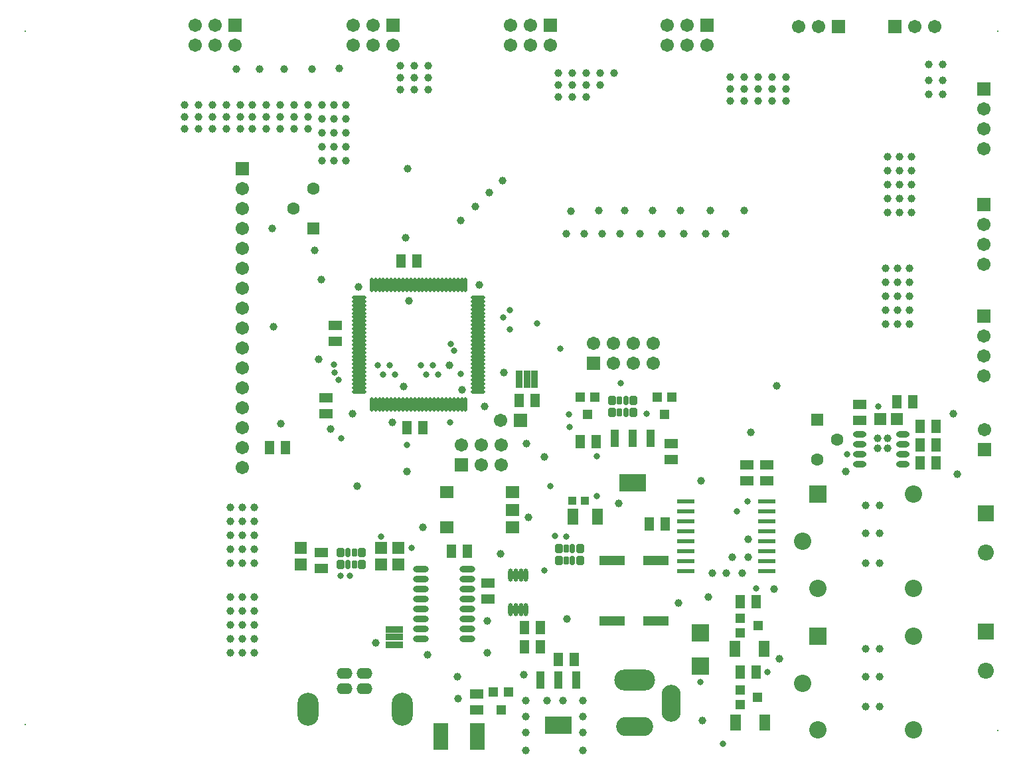
<source format=gts>
G04*
G04 #@! TF.GenerationSoftware,Altium Limited,Altium Designer,20.0.1 (14)*
G04*
G04 Layer_Color=8388736*
%FSLAX25Y25*%
%MOIN*%
G70*
G01*
G75*
%ADD17C,0.00787*%
%ADD50R,0.09055X0.02362*%
%ADD67R,0.06312X0.05918*%
%ADD68R,0.06800X0.04800*%
%ADD69R,0.08674X0.08674*%
%ADD70R,0.12611X0.04737*%
%ADD71R,0.04800X0.06800*%
%ADD72R,0.05524X0.08280*%
%ADD73O,0.07296X0.01902*%
%ADD74O,0.01902X0.07296*%
%ADD75O,0.06784X0.03162*%
%ADD76R,0.13398X0.09068*%
%ADD77R,0.04343X0.09068*%
%ADD78R,0.04540X0.04737*%
%ADD79O,0.02375X0.06509*%
%ADD80R,0.07808X0.13792*%
%ADD81O,0.07887X0.03162*%
%ADD82R,0.05918X0.06312*%
%ADD83R,0.06706X0.06410*%
%ADD84R,0.04737X0.04540*%
%ADD85R,0.05524X0.08280*%
G04:AMPARAMS|DCode=86|XSize=43.43mil|YSize=39.5mil|CornerRadius=7.94mil|HoleSize=0mil|Usage=FLASHONLY|Rotation=270.000|XOffset=0mil|YOffset=0mil|HoleType=Round|Shape=RoundedRectangle|*
%AMROUNDEDRECTD86*
21,1,0.04343,0.02362,0,0,270.0*
21,1,0.02756,0.03950,0,0,270.0*
1,1,0.01587,-0.01181,-0.01378*
1,1,0.01587,-0.01181,0.01378*
1,1,0.01587,0.01181,0.01378*
1,1,0.01587,0.01181,-0.01378*
%
%ADD86ROUNDEDRECTD86*%
G04:AMPARAMS|DCode=87|XSize=43.04mil|YSize=27.69mil|CornerRadius=6.46mil|HoleSize=0mil|Usage=FLASHONLY|Rotation=270.000|XOffset=0mil|YOffset=0mil|HoleType=Round|Shape=RoundedRectangle|*
%AMROUNDEDRECTD87*
21,1,0.04304,0.01476,0,0,270.0*
21,1,0.03012,0.02769,0,0,270.0*
1,1,0.01292,-0.00738,-0.01506*
1,1,0.01292,-0.00738,0.01506*
1,1,0.01292,0.00738,0.01506*
1,1,0.01292,0.00738,-0.01506*
%
%ADD87ROUNDEDRECTD87*%
G04:AMPARAMS|DCode=88|XSize=43.43mil|YSize=27.69mil|CornerRadius=6.46mil|HoleSize=0mil|Usage=FLASHONLY|Rotation=270.000|XOffset=0mil|YOffset=0mil|HoleType=Round|Shape=RoundedRectangle|*
%AMROUNDEDRECTD88*
21,1,0.04343,0.01476,0,0,270.0*
21,1,0.03051,0.02769,0,0,270.0*
1,1,0.01292,-0.00738,-0.01526*
1,1,0.01292,-0.00738,0.01526*
1,1,0.01292,0.00738,0.01526*
1,1,0.01292,0.00738,-0.01526*
%
%ADD88ROUNDEDRECTD88*%
%ADD89R,0.08670X0.03560*%
%ADD90R,0.04147X0.04147*%
%ADD91R,0.03560X0.08670*%
%ADD92R,0.06706X0.06706*%
%ADD93C,0.06706*%
%ADD94C,0.08040*%
%ADD95R,0.08040X0.08040*%
%ADD96R,0.06706X0.06706*%
%ADD97R,0.06312X0.06312*%
%ADD98C,0.06312*%
%ADD99O,0.20485X0.10642*%
%ADD100O,0.18517X0.09658*%
%ADD101O,0.09658X0.18517*%
%ADD102R,0.08674X0.08674*%
%ADD103C,0.08674*%
%ADD104O,0.07887X0.05524*%
%ADD105O,0.10642X0.16548*%
%ADD106C,0.03950*%
%ADD107C,0.03162*%
D17*
X525240Y370035D02*
D03*
X525240Y19012D02*
D03*
X36736Y22043D02*
D03*
Y370035D02*
D03*
D50*
X368327Y134035D02*
D03*
Y129035D02*
D03*
Y124035D02*
D03*
Y119035D02*
D03*
Y114035D02*
D03*
Y109035D02*
D03*
Y104035D02*
D03*
Y99035D02*
D03*
X409231D02*
D03*
Y104035D02*
D03*
Y109035D02*
D03*
Y114035D02*
D03*
X409230Y119016D02*
D03*
X409229Y124035D02*
D03*
Y129035D02*
D03*
Y134035D02*
D03*
D67*
X474409Y175512D02*
D03*
X466142D02*
D03*
D68*
X192362Y214583D02*
D03*
Y222583D02*
D03*
X187913Y177969D02*
D03*
Y185968D02*
D03*
X409252Y144425D02*
D03*
Y152425D02*
D03*
X399016Y144425D02*
D03*
Y152425D02*
D03*
X361221Y155055D02*
D03*
Y163055D02*
D03*
X269094Y92976D02*
D03*
Y84976D02*
D03*
X263583Y37465D02*
D03*
Y29465D02*
D03*
X455709Y174740D02*
D03*
Y182740D02*
D03*
X185551Y100567D02*
D03*
Y108567D02*
D03*
D69*
X375787Y68110D02*
D03*
Y51575D02*
D03*
D70*
X331339Y104409D02*
D03*
X353386D02*
D03*
X331339Y74094D02*
D03*
X353386D02*
D03*
D71*
X350134Y122835D02*
D03*
X358134D02*
D03*
X167583Y161102D02*
D03*
X159583D02*
D03*
X225291Y254764D02*
D03*
X233291D02*
D03*
X323606Y164134D02*
D03*
X315606D02*
D03*
X482543Y184252D02*
D03*
X474543D02*
D03*
X403803Y83858D02*
D03*
X395803D02*
D03*
X292622Y184882D02*
D03*
X284622D02*
D03*
X258882Y108976D02*
D03*
X250882D02*
D03*
X304437Y54673D02*
D03*
X312437D02*
D03*
X236402Y171142D02*
D03*
X228402D02*
D03*
X403803Y48425D02*
D03*
X395803D02*
D03*
X493961Y153543D02*
D03*
X485961D02*
D03*
X493961Y171653D02*
D03*
X485961D02*
D03*
X493961Y162598D02*
D03*
X485961D02*
D03*
X295535Y70866D02*
D03*
X287535D02*
D03*
Y61024D02*
D03*
X295535D02*
D03*
D72*
X311653Y126614D02*
D03*
X324252D02*
D03*
D73*
X204382Y236465D02*
D03*
Y234496D02*
D03*
Y232528D02*
D03*
Y230559D02*
D03*
Y228590D02*
D03*
Y226622D02*
D03*
Y224654D02*
D03*
Y222685D02*
D03*
Y220717D02*
D03*
Y218748D02*
D03*
Y216779D02*
D03*
Y214811D02*
D03*
Y212842D02*
D03*
Y210874D02*
D03*
Y208906D02*
D03*
Y206937D02*
D03*
Y204969D02*
D03*
Y203000D02*
D03*
Y201031D02*
D03*
Y199063D02*
D03*
Y197095D02*
D03*
Y195126D02*
D03*
Y193157D02*
D03*
Y191189D02*
D03*
Y189220D02*
D03*
X264224D02*
D03*
Y191189D02*
D03*
Y193157D02*
D03*
Y195126D02*
D03*
Y197095D02*
D03*
Y199063D02*
D03*
Y201031D02*
D03*
Y203000D02*
D03*
Y204969D02*
D03*
Y206937D02*
D03*
Y208906D02*
D03*
Y210874D02*
D03*
Y212842D02*
D03*
Y214811D02*
D03*
Y216779D02*
D03*
Y218748D02*
D03*
Y220717D02*
D03*
Y222685D02*
D03*
Y224654D02*
D03*
Y226622D02*
D03*
Y228590D02*
D03*
Y230559D02*
D03*
Y232528D02*
D03*
Y234496D02*
D03*
Y236465D02*
D03*
D74*
X210681Y182921D02*
D03*
X212650D02*
D03*
X214618D02*
D03*
X216587D02*
D03*
X218555D02*
D03*
X220524D02*
D03*
X222492D02*
D03*
X224461D02*
D03*
X226429D02*
D03*
X228398D02*
D03*
X230366D02*
D03*
X232335D02*
D03*
X234303D02*
D03*
X236272D02*
D03*
X238240D02*
D03*
X240209D02*
D03*
X242177D02*
D03*
X244146D02*
D03*
X246114D02*
D03*
X248083D02*
D03*
X250051D02*
D03*
X252020D02*
D03*
X253988D02*
D03*
X255957D02*
D03*
X257925D02*
D03*
Y242764D02*
D03*
X255957D02*
D03*
X253988D02*
D03*
X252020D02*
D03*
X250051D02*
D03*
X248083D02*
D03*
X246114D02*
D03*
X244146D02*
D03*
X242177D02*
D03*
X240209D02*
D03*
X238240D02*
D03*
X236272D02*
D03*
X234303D02*
D03*
X232335D02*
D03*
X230366D02*
D03*
X228398D02*
D03*
X226429D02*
D03*
X224461D02*
D03*
X222492D02*
D03*
X220524D02*
D03*
X218555D02*
D03*
X216587D02*
D03*
X214618D02*
D03*
X212650D02*
D03*
X210681D02*
D03*
D75*
X455787Y167874D02*
D03*
X477362D02*
D03*
Y162874D02*
D03*
Y157874D02*
D03*
Y152874D02*
D03*
X455787D02*
D03*
Y157874D02*
D03*
Y162874D02*
D03*
D76*
X341835Y143404D02*
D03*
X304524Y21853D02*
D03*
D77*
X332780Y165845D02*
D03*
X341835D02*
D03*
X350891D02*
D03*
X313580Y44294D02*
D03*
X304524D02*
D03*
X295469D02*
D03*
D78*
X361464Y186595D02*
D03*
X353984Y186595D02*
D03*
X357724Y177737D02*
D03*
X322882Y186595D02*
D03*
X315401Y186595D02*
D03*
X319141Y177737D02*
D03*
X275657Y29430D02*
D03*
X271917Y38288D02*
D03*
X279397Y38288D02*
D03*
D79*
X280512Y79921D02*
D03*
Y97244D02*
D03*
X283071D02*
D03*
X285630D02*
D03*
X288189D02*
D03*
Y79921D02*
D03*
X285630D02*
D03*
X283071D02*
D03*
D80*
X263622Y16142D02*
D03*
X245472D02*
D03*
D81*
X235524Y99968D02*
D03*
Y94968D02*
D03*
Y89969D02*
D03*
Y84969D02*
D03*
Y79969D02*
D03*
Y74968D02*
D03*
Y69968D02*
D03*
Y64969D02*
D03*
X258925D02*
D03*
Y69968D02*
D03*
Y74968D02*
D03*
Y79969D02*
D03*
Y84969D02*
D03*
Y89969D02*
D03*
Y94968D02*
D03*
Y99968D02*
D03*
D82*
X224252Y110748D02*
D03*
Y102480D02*
D03*
X175079Y102449D02*
D03*
Y110717D02*
D03*
X215512Y102480D02*
D03*
Y110748D02*
D03*
D83*
X281575Y120984D02*
D03*
Y138701D02*
D03*
Y129842D02*
D03*
X248504Y120984D02*
D03*
Y138701D02*
D03*
D84*
X404743Y71700D02*
D03*
X395885Y67960D02*
D03*
X395885Y75441D02*
D03*
X404528Y35827D02*
D03*
X395669Y32087D02*
D03*
X395669Y39567D02*
D03*
D85*
X407677Y60236D02*
D03*
X393079D02*
D03*
X408102Y23228D02*
D03*
X393504D02*
D03*
D86*
X331496Y184890D02*
D03*
Y178890D02*
D03*
X342126Y184890D02*
D03*
Y178890D02*
D03*
X304646Y110323D02*
D03*
Y104323D02*
D03*
X315276Y110323D02*
D03*
Y104323D02*
D03*
X205827Y102512D02*
D03*
Y108512D02*
D03*
X195197Y102512D02*
D03*
Y108512D02*
D03*
D87*
X335236Y184890D02*
D03*
Y178890D02*
D03*
X308386Y110323D02*
D03*
Y104323D02*
D03*
X202087Y102512D02*
D03*
Y108512D02*
D03*
D88*
X338386Y184890D02*
D03*
Y178890D02*
D03*
X311535Y110323D02*
D03*
Y104323D02*
D03*
X198937Y102512D02*
D03*
Y108512D02*
D03*
D89*
X221961Y69949D02*
D03*
Y66047D02*
D03*
Y62146D02*
D03*
D90*
X311595Y134409D02*
D03*
X317697D02*
D03*
D91*
X284744Y195520D02*
D03*
X288646D02*
D03*
X292547D02*
D03*
D92*
X255787Y152598D02*
D03*
X322165Y203543D02*
D03*
X142047Y373248D02*
D03*
X221575D02*
D03*
X300315D02*
D03*
X379055D02*
D03*
X444961Y372284D02*
D03*
X473425D02*
D03*
X285394Y174803D02*
D03*
D93*
X255787Y162598D02*
D03*
X265787Y152598D02*
D03*
Y162598D02*
D03*
X275787Y152598D02*
D03*
Y162598D02*
D03*
X322165Y213543D02*
D03*
X332165Y203543D02*
D03*
Y213543D02*
D03*
X342165Y203543D02*
D03*
Y213543D02*
D03*
X352165Y203543D02*
D03*
Y213543D02*
D03*
X518307Y170236D02*
D03*
X142047Y363248D02*
D03*
X132047Y373248D02*
D03*
Y363248D02*
D03*
X122047Y373248D02*
D03*
Y363248D02*
D03*
X221575D02*
D03*
X211575Y373248D02*
D03*
Y363248D02*
D03*
X201575Y373248D02*
D03*
Y363248D02*
D03*
X300315D02*
D03*
X290315Y373248D02*
D03*
Y363248D02*
D03*
X280315Y373248D02*
D03*
Y363248D02*
D03*
X379055D02*
D03*
X369055Y373248D02*
D03*
Y363248D02*
D03*
X359055Y373248D02*
D03*
Y363248D02*
D03*
X424961Y372284D02*
D03*
X434961D02*
D03*
X493425D02*
D03*
X483425D02*
D03*
X518032Y331260D02*
D03*
Y321260D02*
D03*
Y311260D02*
D03*
Y273268D02*
D03*
Y263268D02*
D03*
Y253268D02*
D03*
Y217165D02*
D03*
Y207165D02*
D03*
Y197165D02*
D03*
X275394Y174803D02*
D03*
X145827Y151142D02*
D03*
Y161142D02*
D03*
Y171142D02*
D03*
Y181142D02*
D03*
Y191142D02*
D03*
Y201142D02*
D03*
Y211142D02*
D03*
Y221142D02*
D03*
Y231142D02*
D03*
Y241142D02*
D03*
Y251142D02*
D03*
Y261142D02*
D03*
Y271142D02*
D03*
Y281142D02*
D03*
Y291142D02*
D03*
D94*
X519095Y49213D02*
D03*
X519095Y108543D02*
D03*
D95*
X519095Y68898D02*
D03*
X519095Y128228D02*
D03*
D96*
X518307Y160236D02*
D03*
X518032Y341260D02*
D03*
Y283268D02*
D03*
Y227165D02*
D03*
X145827Y301142D02*
D03*
D97*
X181535Y270984D02*
D03*
X434449Y175118D02*
D03*
D98*
X171535Y280984D02*
D03*
X181535Y290984D02*
D03*
X444449Y165118D02*
D03*
X434449Y155118D02*
D03*
D99*
X342724Y44591D02*
D03*
D100*
Y20968D02*
D03*
D101*
X361228Y32779D02*
D03*
D102*
X434842Y137795D02*
D03*
Y66535D02*
D03*
D103*
X426968Y114173D02*
D03*
X434842Y90551D02*
D03*
X482874D02*
D03*
Y137795D02*
D03*
X426968Y42913D02*
D03*
X434842Y19291D02*
D03*
X482874D02*
D03*
Y66535D02*
D03*
D104*
X197224Y39961D02*
D03*
X207224D02*
D03*
Y47835D02*
D03*
X197224D02*
D03*
D105*
X226165Y29689D02*
D03*
X178724D02*
D03*
D106*
X414173Y192126D02*
D03*
X160827Y271260D02*
D03*
X182087Y260236D02*
D03*
X376181Y144488D02*
D03*
X334842Y133071D02*
D03*
X276575Y295276D02*
D03*
X269882Y288976D02*
D03*
X262795Y282283D02*
D03*
X255315Y275197D02*
D03*
X194291Y351575D02*
D03*
X180905Y351181D02*
D03*
X166732D02*
D03*
X154528D02*
D03*
X142717D02*
D03*
X200984Y177953D02*
D03*
X189961Y170472D02*
D03*
X184055Y205512D02*
D03*
X264764Y242913D02*
D03*
X249803Y202362D02*
D03*
X297441Y156299D02*
D03*
X288386Y162992D02*
D03*
X289567Y125984D02*
D03*
X268701Y74016D02*
D03*
X415551Y55118D02*
D03*
X287205Y47244D02*
D03*
X254134Y35039D02*
D03*
X316764Y9000D02*
D03*
Y18000D02*
D03*
Y26000D02*
D03*
Y34000D02*
D03*
X306764D02*
D03*
X298764D02*
D03*
X287945Y9000D02*
D03*
Y18000D02*
D03*
Y26000D02*
D03*
Y34000D02*
D03*
X212764Y63000D02*
D03*
X238764Y57000D02*
D03*
X253764Y46000D02*
D03*
X268764Y58000D02*
D03*
X308858Y75197D02*
D03*
X364764Y83000D02*
D03*
X379764Y86000D02*
D03*
X376772Y24016D02*
D03*
X412764Y90000D02*
D03*
X399764Y115000D02*
D03*
X391764Y106000D02*
D03*
X399764D02*
D03*
X396764Y98000D02*
D03*
X388764D02*
D03*
X381764D02*
D03*
X464764Y165819D02*
D03*
Y160819D02*
D03*
X469764D02*
D03*
Y165819D02*
D03*
X448764Y149000D02*
D03*
X400984Y168898D02*
D03*
X502764Y178000D02*
D03*
X458764Y60000D02*
D03*
X465764D02*
D03*
Y46000D02*
D03*
X458764D02*
D03*
Y31000D02*
D03*
X465764D02*
D03*
Y103000D02*
D03*
X458764D02*
D03*
Y118000D02*
D03*
X465764D02*
D03*
Y132000D02*
D03*
X458764D02*
D03*
X504764Y147937D02*
D03*
X151764Y86000D02*
D03*
X145764D02*
D03*
X139764D02*
D03*
Y79000D02*
D03*
X145764D02*
D03*
X151764D02*
D03*
Y72000D02*
D03*
X145764D02*
D03*
X139764D02*
D03*
Y65000D02*
D03*
X145764D02*
D03*
X151764D02*
D03*
X139764Y58000D02*
D03*
X145764D02*
D03*
X151764D02*
D03*
Y131000D02*
D03*
X145764D02*
D03*
X139764D02*
D03*
Y124000D02*
D03*
X145764D02*
D03*
X151764D02*
D03*
Y117000D02*
D03*
X145764D02*
D03*
X139764D02*
D03*
Y110000D02*
D03*
X145764D02*
D03*
X151764D02*
D03*
X139764Y103000D02*
D03*
X145764D02*
D03*
X151764D02*
D03*
X227756Y266535D02*
D03*
X228764Y301000D02*
D03*
X397764Y280000D02*
D03*
X380764D02*
D03*
X365764D02*
D03*
X351764D02*
D03*
X337764D02*
D03*
X324764D02*
D03*
X310827Y279921D02*
D03*
X308575Y268504D02*
D03*
X317575D02*
D03*
X326575D02*
D03*
X335575D02*
D03*
X345575D02*
D03*
X356575D02*
D03*
X367575D02*
D03*
X378575D02*
D03*
X388575D02*
D03*
X497402Y353583D02*
D03*
Y345583D02*
D03*
Y338583D02*
D03*
X490402D02*
D03*
Y345583D02*
D03*
Y353583D02*
D03*
X185764Y305000D02*
D03*
X191764D02*
D03*
X197764D02*
D03*
Y312000D02*
D03*
X191764D02*
D03*
X185764D02*
D03*
Y319000D02*
D03*
X191764D02*
D03*
X197764D02*
D03*
Y326000D02*
D03*
X191764D02*
D03*
X185764D02*
D03*
X197764Y333000D02*
D03*
X191764D02*
D03*
X185764D02*
D03*
X116764D02*
D03*
Y327000D02*
D03*
Y321000D02*
D03*
X123764D02*
D03*
Y327000D02*
D03*
Y333000D02*
D03*
X130764D02*
D03*
Y327000D02*
D03*
Y321000D02*
D03*
X137764D02*
D03*
Y327000D02*
D03*
Y333000D02*
D03*
X144764Y321000D02*
D03*
Y327000D02*
D03*
Y333000D02*
D03*
X150764D02*
D03*
Y327000D02*
D03*
Y321000D02*
D03*
X157764D02*
D03*
Y327000D02*
D03*
Y333000D02*
D03*
X164764D02*
D03*
Y327000D02*
D03*
Y321000D02*
D03*
X171764D02*
D03*
Y327000D02*
D03*
Y333000D02*
D03*
X178764Y321000D02*
D03*
Y327000D02*
D03*
Y333000D02*
D03*
X225087Y340945D02*
D03*
Y346945D02*
D03*
Y352945D02*
D03*
X232087D02*
D03*
Y346945D02*
D03*
Y340945D02*
D03*
X239087D02*
D03*
Y346945D02*
D03*
Y352945D02*
D03*
X304307Y349000D02*
D03*
Y343000D02*
D03*
Y337000D02*
D03*
X311307D02*
D03*
Y343000D02*
D03*
Y349000D02*
D03*
X318307D02*
D03*
Y343000D02*
D03*
Y337000D02*
D03*
X325307Y343000D02*
D03*
Y349000D02*
D03*
X332307D02*
D03*
X390764Y347000D02*
D03*
Y341000D02*
D03*
Y335000D02*
D03*
X397764D02*
D03*
Y341000D02*
D03*
Y347000D02*
D03*
X404764D02*
D03*
Y341000D02*
D03*
Y335000D02*
D03*
X411764D02*
D03*
Y341000D02*
D03*
Y347000D02*
D03*
X418764Y335000D02*
D03*
Y341000D02*
D03*
Y347000D02*
D03*
X480764Y251000D02*
D03*
X474764D02*
D03*
X468764D02*
D03*
Y244000D02*
D03*
X474764D02*
D03*
X480764D02*
D03*
Y237000D02*
D03*
X474764D02*
D03*
X468764D02*
D03*
Y230000D02*
D03*
X474764D02*
D03*
X480764D02*
D03*
X468764Y223000D02*
D03*
X474764D02*
D03*
X480764D02*
D03*
X481764Y279000D02*
D03*
X475764D02*
D03*
X469764D02*
D03*
X481764Y286000D02*
D03*
X475764D02*
D03*
X469764D02*
D03*
Y293000D02*
D03*
X475764D02*
D03*
X481764D02*
D03*
Y300000D02*
D03*
X475764D02*
D03*
X469764D02*
D03*
Y307000D02*
D03*
X475764D02*
D03*
X481764D02*
D03*
X275472Y107717D02*
D03*
X161575Y221654D02*
D03*
X185472Y245354D02*
D03*
X164961Y173228D02*
D03*
X203543Y141732D02*
D03*
X221063Y173661D02*
D03*
X236417Y121260D02*
D03*
X228346Y149213D02*
D03*
X226614Y191772D02*
D03*
X277244Y198701D02*
D03*
X267520Y181890D02*
D03*
X256102Y190157D02*
D03*
X229331Y234646D02*
D03*
X204134Y241732D02*
D03*
D107*
X241378Y202480D02*
D03*
X238146Y197744D02*
D03*
X235378Y202480D02*
D03*
X199764Y96732D02*
D03*
X215512Y116417D02*
D03*
X195236Y96850D02*
D03*
X230866Y110827D02*
D03*
X255315Y198110D02*
D03*
X310039Y171378D02*
D03*
X465000Y181929D02*
D03*
X244055Y197835D02*
D03*
X195590Y165827D02*
D03*
X228386Y162598D02*
D03*
X191890Y202913D02*
D03*
X194055Y195276D02*
D03*
X191969Y198622D02*
D03*
X409449Y48465D02*
D03*
X403819Y90354D02*
D03*
X293779Y223583D02*
D03*
X302638Y116654D02*
D03*
X308465Y116535D02*
D03*
X323661Y136850D02*
D03*
Y156811D02*
D03*
X300551Y141654D02*
D03*
X297323Y99409D02*
D03*
X280118Y230236D02*
D03*
X280197Y220551D02*
D03*
X305394Y210630D02*
D03*
X276850Y226496D02*
D03*
X252126Y209685D02*
D03*
X250512Y213150D02*
D03*
X216469Y197744D02*
D03*
X222547D02*
D03*
X219858Y202480D02*
D03*
X213858D02*
D03*
X449488Y157835D02*
D03*
X309724Y177717D02*
D03*
X335669Y193307D02*
D03*
X394016Y129055D02*
D03*
X250039Y173622D02*
D03*
X348622Y177953D02*
D03*
X399409Y134134D02*
D03*
X375787Y43307D02*
D03*
X387205Y12598D02*
D03*
M02*

</source>
